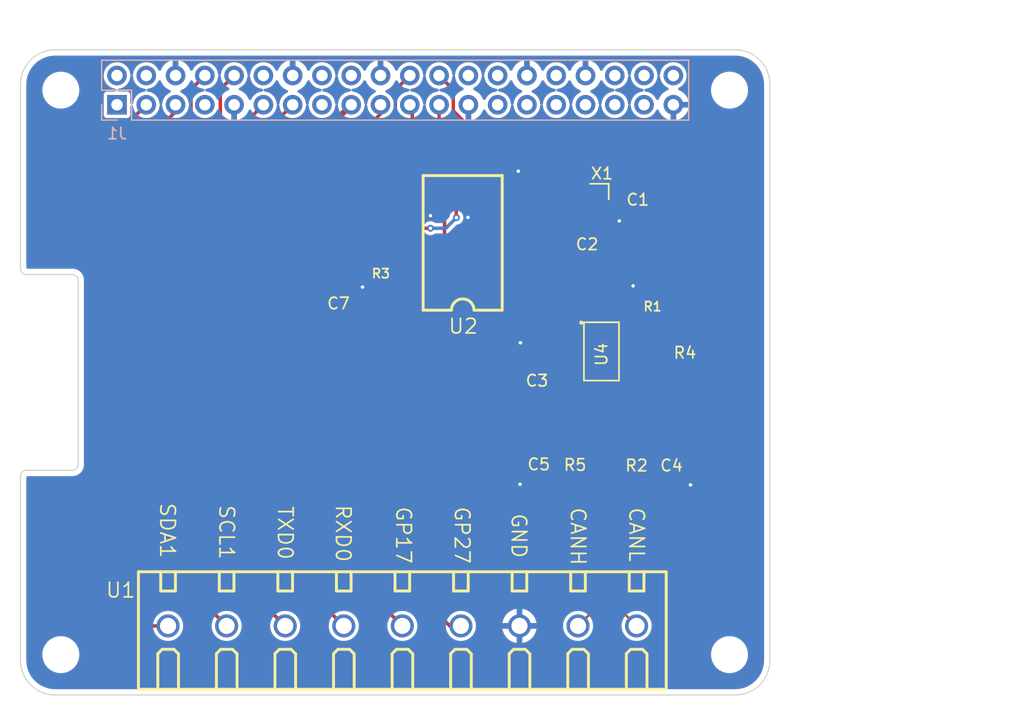
<source format=kicad_pcb>
(kicad_pcb (version 20240108) (generator "pcbnew") (generator_version "8.0")
  (title_block (date "15 nov 2012"))
  (layers (0 "F.Cu" signal) (31 "B.Cu" signal) (34 "B.Paste" user) (35 "F.Paste" user) (36 "B.SilkS" user "B.Silkscreen") (37 "F.SilkS" user "F.Silkscreen") (38 "B.Mask" user) (39 "F.Mask" user) (44 "Edge.Cuts" user))
  (net 0 "")
  (net 1 "GND")
  (net 2 "/GPIO2{slash}SDA1")
  (net 3 "/GPIO3{slash}SCL1")
  (net 4 "/GPIO4{slash}GPCLK0")
  (net 5 "/GPIO14{slash}TXD0")
  (net 6 "/GPIO15{slash}RXD0")
  (net 7 "/GPIO17")
  (net 8 "/GPIO18{slash}PCM.CLK")
  (net 9 "/GPIO27")
  (net 10 "/GPIO22")
  (net 11 "/GPIO23")
  (net 12 "/GPIO24")
  (net 13 "/GPIO10{slash}SPI0.MOSI")
  (net 14 "/GPIO9{slash}SPI0.MISO")
  (net 15 "/GPIO25")
  (net 16 "/GPIO11{slash}SPI0.SCLK")
  (net 17 "/GPIO8{slash}SPI0.CE0")
  (net 18 "/GPIO7{slash}SPI0.CE1")
  (net 19 "/ID_SDA")
  (net 20 "/ID_SCL")
  (net 21 "/GPIO5")
  (net 22 "/GPIO6")
  (net 23 "/GPIO12{slash}PWM0")
  (net 24 "/GPIO13{slash}PWM1")
  (net 25 "/GPIO19{slash}PCM.FS")
  (net 26 "/GPIO16")
  (net 27 "/GPIO26")
  (net 28 "/GPIO20{slash}PCM.DIN")
  (net 29 "/GPIO21{slash}PCM.DOUT")
  (net 30 "+5V")
  (net 31 "+3V3")
  (net 32 "/OSC2")
  (net 33 "/OSC1")
  (net 34 "Net-(C5-Pad1)")
  (net 35 "Net-(U4-RS)")
  (net 36 "Net-(U2-RESET#)")
  (net 41 "/TXCAN")
  (net 44 "/RXCAN")
  (net 46 "Net-(C4-Pad1)")
  (net 47 "/CAN_D-")
  (net 48 "/CAN_D+")
  (footprint "ImportFP:CONN-TH_9P-P5.08_MX128-5.08-09P-GN01-CU-Y-A" (layer "F.Cu") (at 133.1216 94.0056)
    (property "Reference" "U1")
    (property "Value" "MX128-5.08-09P-GN01-CU-Y-A" (hide yes))
  )
  (footprint "MountingHole:MountingHole_2.7mm_M2.5" (layer "F.Cu") (at 161.5 47.5)
    (property "Reference" "MH2" (hide yes))
    (property "Value" "MountingHole_2.7mm_M2.5" (hide yes))
  )
  (footprint "PCM_JLCPCB:C_0402" (layer "F.Cu") (at 144.9834 81.712 180)
    (property "Reference" "C5")
    (property "Value" "470pF" (hide yes))
  )
  (footprint "PCM_JLCPCB:C_0603" (layer "F.Cu") (at 130.462 65.964)
    (property "Reference" "C7")
    (property "Value" "100nF" (hide yes))
  )
  (footprint "ImportFP:MCP2515T-IST_SOIC-18_L11.6-W7.5-P1.27-LS10.3-BL" (layer "F.Cu") (at 138.354 60.757 90)
    (property "Reference" "U2")
    (property "Value" "MCP2515T-I/SO" (hide yes))
  )
  (footprint "PCM_JLCPCB:OSC-SMD_4P-L3.2-W2.5-BL" (layer "F.Cu") (at 149.022 57.328 180)
    (property "Reference" "X1")
    (property "Value" "X322516MLB4SI" (hide yes))
  )
  (footprint "MountingHole:MountingHole_2.7mm_M2.5" (layer "F.Cu") (at 103.5 96.5)
    (property "Reference" "MH3" (hide yes))
    (property "Value" "MountingHole_2.7mm_M2.5" (hide yes))
  )
  (footprint "MountingHole:MountingHole_2.7mm_M2.5" (layer "F.Cu") (at 103.5 47.5)
    (property "Reference" "MH1" (hide yes))
    (property "Value" "MountingHole_2.7mm_M2.5" (hide yes))
  )
  (footprint "PCM_JLCPCB:R_0603" (layer "F.Cu") (at 148.1004 81.712 180)
    (property "Reference" "R5")
    (property "Value" "120Ω" (hide yes))
  )
  (footprint "PCM_JLCPCB:SOIC-8_L4.9-W3.9-P1.27-LS6.0-BL" (layer "F.Cu") (at 150.3936 70.1804 -90)
    (property "Reference" "U4")
    (property "Value" "SN65HVD230DR" (hide yes))
  )
  (footprint "PCM_JLCPCB:C_0402" (layer "F.Cu") (at 156.4722 81.7628)
    (property "Reference" "C4")
    (property "Value" "470pF" (hide yes))
  )
  (footprint "PCM_JLCPCB:C_0603" (layer "F.Cu") (at 144.9072 70.2312 90)
    (property "Reference" "C3")
    (property "Value" "100nF" (hide yes))
  )
  (footprint "PCM_JLCPCB:R_0603" (layer "F.Cu") (at 153.4242 81.7628)
    (property "Reference" "R2")
    (property "Value" "120Ω" (hide yes))
  )
  (footprint "PCM_JLCPCB:C_0402" (layer "F.Cu") (at 151.891 57.0149 90)
    (property "Reference" "C1")
    (property "Value" "22pF" (hide yes))
  )
  (footprint "PCM_JLCPCB:R_0402" (layer "F.Cu") (at 131.25 64.567)
    (property "Reference" "R3")
    (property "Value" "4.7kΩ" (hide yes))
  )
  (footprint "MountingHole:MountingHole_2.7mm_M2.5" (layer "F.Cu") (at 161.5 96.5)
    (property "Reference" "MH4" (hide yes))
    (property "Value" "MountingHole_2.7mm_M2.5" (hide yes))
  )
  (footprint "PCM_JLCPCB:R_0603" (layer "F.Cu") (at 155.8038 70.2564 90)
    (property "Reference" "R4")
    (property "Value" "120Ω" (hide yes))
  )
  (footprint "PCM_JLCPCB:R_0402" (layer "F.Cu") (at 153.1368 66.1418 90)
    (property "Reference" "R1")
    (property "Value" "4.7kΩ" (hide yes))
  )
  (footprint "PCM_JLCPCB:C_0402" (layer "F.Cu") (at 149.149 59.614 180)
    (property "Reference" "C2")
    (property "Value" "22pF" (hide yes))
  )
  (footprint "Connector_PinSocket_2.54mm:PinSocket_2x20_P2.54mm_Vertical" (layer "B.Cu") (at 108.37 48.77 -90)
    (property "Reference" "J1")
    (property "Value" "GPIO")
  )
  (gr_arc (start 100.5 63.5) (mid 100.146447 63.353553) (end 100 63) (stroke (width 0.1)) (layer "Edge.Cuts"))
  (gr_arc (start 162 44) (mid 164.12132 44.87868) (end 165 47) (stroke (width 0.1)) (layer "Edge.Cuts"))
  (gr_line (start 165 97) (end 165 47) (stroke (width 0.1)) (layer "Edge.Cuts"))
  (gr_line (start 100 47) (end 100 63) (stroke (width 0.1)) (layer "Edge.Cuts"))
  (gr_arc (start 103 100) (mid 100.87868 99.12132) (end 100 97) (stroke (width 0.1)) (layer "Edge.Cuts"))
  (gr_line (start 103 100) (end 162 100) (stroke (width 0.1)) (layer "Edge.Cuts"))
  (gr_line (start 104.5 80.5) (end 100.5 80.5) (stroke (width 0.1)) (layer "Edge.Cuts"))
  (gr_arc (start 100 81) (mid 100.146138 80.646755) (end 100.499127 80.500001) (stroke (width 0.1)) (layer "Edge.Cuts"))
  (gr_arc (start 165 97) (mid 164.12132 99.12132) (end 162 100) (stroke (width 0.1)) (layer "Edge.Cuts"))
  (gr_line (start 105 64) (end 105 80) (stroke (width 0.1)) (layer "Edge.Cuts"))
  (gr_arc (start 100 47) (mid 100.87868 44.87868) (end 103 44) (stroke (width 0.1)) (layer "Edge.Cuts"))
  (gr_line (start 100 81) (end 100 97) (stroke (width 0.1)) (layer "Edge.Cuts"))
  (gr_line (start 100.5 63.5) (end 104.5 63.5) (stroke (width 0.1)) (layer "Edge.Cuts"))
  (gr_arc (start 105 80) (mid 104.853553 80.353553) (end 104.5 80.5) (stroke (width 0.1)) (layer "Edge.Cuts"))
  (gr_arc (start 104.5 63.5) (mid 104.853553 63.646447) (end 105 64) (stroke (width 0.1)) (layer "Edge.Cuts"))
  (gr_line (start 162 44) (end 103 44) (stroke (width 0.1)) (layer "Edge.Cuts"))
  (gr_text "RXD0" (at 127.9908 85.9792 270) (layer "F.SilkS") (effects (font (size 1.27 1.27))))
  (gr_text "SDA1" (at 112.7508 85.7252 270) (layer "F.SilkS") (effects (font (size 1.27 1.27))))
  (gr_text "GP17" (at 133.2232 86.1316 270) (layer "F.SilkS") (effects (font (size 1.27 1.27))))
  (gr_text "GP27" (at 138.3032 86.1316 270) (layer "F.SilkS") (effects (font (size 1.27 1.27))))
  (gr_text "TXD0" (at 122.9616 85.9284 270) (layer "F.SilkS") (effects (font (size 1.27 1.27))))
  (gr_text "CANL" (at 153.4416 86.0808 270) (layer "F.SilkS") (effects (font (size 1.27 1.27))))
  (gr_text "CANH" (at 148.3616 86.2332 270) (layer "F.SilkS") (effects (font (size 1.27 1.27))))
  (gr_text "GND" (at 143.2308 86.1824 270) (layer "F.SilkS") (effects (font (size 1.27 1.27))))
  (gr_text "SCL1" (at 117.8816 85.8776 270) (layer "F.SilkS") (effects (font (size 1.27 1.27))))
  (segment (start 150.122 58.208) (end 151.882 58.208) (width 0.3) (layer "F.Cu") (net 1))
  (segment (start 149.649 59.614) (end 149.649 58.681) (width 0.3) (layer "F.Cu") (net 1))
  (segment (start 144.4834 81.712) (end 143.3324 81.712) (width 0.3) (layer "F.Cu") (net 1))
  (segment (start 143.1541 55.677) (end 143.1541 54.5599) (width 0.5) (layer "F.Cu") (net 1))
  (segment (start 147.5164 69.4332) (end 147.6236 69.5404) (width 0.5) (layer "F.Cu") (net 1))
  (segment (start 148.325122 56.448) (end 150.085122 58.208) (width 0.3) (layer "F.Cu") (net 1))
  (segment (start 151.891 58.217) (end 151.891 58.8) (width 0.3) (layer "F.Cu") (net 1))
  (segment (start 156.9722 81.7628) (end 158.1152 81.7628) (width 0.3) (layer "F.Cu") (net 1))
  (segment (start 149.649 58.681) (end 150.122 58.208) (width 0.5) (layer "F.Cu") (net 1))
  (segment (start 151.891 58.8) (end 151.943 58.852) (width 0.5) (layer "F.Cu") (net 1))
  (segment (start 129.682 64.6072) (end 129.682 65.964) (width 0.5) (layer "F.Cu") (net 1))
  (segment (start 148.3536 69.5404) (end 147.6236 69.5404) (width 0.3) (layer "F.Cu") (net 1))
  (segment (start 147.922 56.448) (end 148.325122 56.448) (width 0.5) (layer "F.Cu") (net 1))
  (segment (start 150.085122 58.208) (end 150.122 58.208) (width 0.5) (layer "F.Cu") (net 1))
  (segment (start 151.891 57.5149) (end 151.891 58.217) (width 0.3) (layer "F.Cu") (net 1))
  (segment (start 143.3652 69.4332) (end 147.5164 69.4332) (width 0.5) (layer "F.Cu") (net 1))
  (segment (start 129.6672 64.5924) (end 129.682 64.6072) (width 0.5) (layer "F.Cu") (net 1))
  (segment (start 153.1368 65.6418) (end 153.1368 64.4908) (width 0.3) (layer "F.Cu") (net 1))
  (segment (start 151.882 58.208) (end 151.891 58.217) (width 0.5) (layer "F.Cu") (net 1))
  (segment (start 143.1541 54.5599) (end 143.18 54.534) (width 0.5) (layer "F.Cu") (net 1))
  (via (at 138.8112 58.5472) (size 0.6) (drill 0.3) (layers "F.Cu" "B.Cu") (net 1))
  (via (at 143.18 54.534) (size 0.6) (drill 0.3) (layers "F.Cu" "B.Cu") (net 1))
  (via (at 135.56 58.3948) (size 0.6) (drill 0.3) (layers "F.Cu" "B.Cu") (net 1))
  (via (at 143.3324 81.712) (size 0.6) (drill 0.3) (layers "F.Cu" "B.Cu") (net 1))
  (via (at 158.1152 81.7628) (size 0.6) (drill 0.3) (layers "F.Cu" "B.Cu") (net 1))
  (via (at 129.6672 64.5924) (size 0.6) (drill 0.3) (layers "F.Cu" "B.Cu") (net 1))
  (via (at 143.3652 69.4332) (size 0.6) (drill 0.3) (layers "F.Cu" "B.Cu") (net 1))
  (via (at 153.1368 64.4908) (size 0.6) (drill 0.3) (layers "F.Cu" "B.Cu") (net 1))
  (via (at 151.943 58.852) (size 0.6) (drill 0.3) (layers "F.Cu" "B.Cu") (net 1))
  (segment (start 111.3792 94.0056) (end 112.8016 94.0056) (width 0.3) (layer "F.Cu") (net 2))
  (segment (start 106.4516 53.2284) (end 106.4516 89.078) (width 0.3) (layer "F.Cu") (net 2))
  (segment (start 106.4516 89.078) (end 111.3792 94.0056) (width 0.3) (layer "F.Cu") (net 2))
  (segment (start 110.91 48.77) (end 106.4516 53.2284) (width 0.3) (layer "F.Cu") (net 2))
  (segment (start 113.45 49.3644) (end 109.9568 52.8576) (width 0.3) (layer "F.Cu") (net 3))
  (segment (start 113.45 48.77) (end 113.45 49.3644) (width 0.3) (layer "F.Cu") (net 3))
  (segment (start 109.9568 86.0808) (end 117.8816 94.0056) (width 0.3) (layer "F.Cu") (net 3))
  (segment (start 109.9568 52.8576) (end 109.9568 86.0808) (width 0.3) (layer "F.Cu") (net 3))
  (segment (start 114.79 47.43) (end 114.79 85.834) (width 0.3) (layer "F.Cu") (net 5))
  (segment (start 114.79 85.834) (end 122.9616 94.0056) (width 0.3) (layer "F.Cu") (net 5))
  (segment (start 115.99 46.23) (end 114.79 47.43) (width 0.3) (layer "F.Cu") (net 5))
  (segment (start 118.53 46.23) (end 117.33 47.43) (width 0.3) (layer "F.Cu") (net 6))
  (segment (start 117.33 47.43) (end 117.33 83.294) (width 0.3) (layer "F.Cu") (net 6))
  (segment (start 117.33 83.294) (end 128.0416 94.0056) (width 0.3) (layer "F.Cu") (net 6))
  (segment (start 121.07 48.77) (end 119.1516 50.6884) (width 0.3) (layer "F.Cu") (net 7))
  (segment (start 119.1516 50.6884) (end 119.1516 80.0356) (width 0.3) (layer "F.Cu") (net 7))
  (segment (start 119.1516 80.0356) (end 133.1216 94.0056) (width 0.3) (layer "F.Cu") (net 7))
  (segment (start 120.7924 51.5876) (end 120.7772 51.5876) (width 0.3) (layer "F.Cu") (net 9))
  (segment (start 123.61 48.77) (end 120.7924 51.5876) (width 0.3) (layer "F.Cu") (net 9))
  (segment (start 120.7772 77.5464) (end 137.2364 94.0056) (width 0.3) (layer "F.Cu") (net 9))
  (segment (start 137.2364 94.0056) (end 138.2016 94.0056) (width 0.3) (layer "F.Cu") (net 9))
  (segment (start 120.7772 51.5876) (end 120.7772 77.5464) (width 0.3) (layer "F.Cu") (net 9))
  (segment (start 126.15 48.77) (end 125.5252 48.77) (width 0.3) (layer "F.Cu") (net 10))
  (segment (start 128.3464 52.4512) (end 128.3464 58.3694) (width 0.3) (layer "F.Cu") (net 13))
  (segment (start 131.23 49.5676) (end 128.3464 52.4512) (width 0.3) (layer "F.Cu") (net 13))
  (segment (start 130.734 60.757) (end 133.5539 60.757) (width 0.3) (layer "F.Cu") (net 13))
  (segment (start 131.23 48.77) (end 131.23 49.5676) (width 0.3) (layer "F.Cu") (net 13))
  (segment (start 128.3464 58.3694) (end 130.734 60.757) (width 0.3) (layer "F.Cu") (net 13))
  (segment (start 135.6362 62.027) (end 136.7792 60.884) (width 0.3) (layer "F.Cu") (net 14))
  (segment (start 133.9852 48.9852) (end 133.77 48.77) (width 0.3) (layer "F.Cu") (net 14))
  (segment (start 133.5539 62.027) (end 135.6362 62.027) (width 0.3) (layer "F.Cu") (net 14))
  (segment (start 136.7792 56.4644) (end 133.9852 53.6704) (width 0.3) (layer "F.Cu") (net 14))
  (segment (start 136.7792 60.884) (end 136.7792 56.4644) (width 0.3) (layer "F.Cu") (net 14))
  (segment (start 133.9852 53.6704) (end 133.9852 48.9852) (width 0.3) (layer "F.Cu") (net 14))
  (segment (start 131.877 58.217) (end 133.5539 58.217) (width 0.3) (layer "F.Cu") (net 15))
  (segment (start 132.512 51.105) (end 131.242 52.375) (width 0.3) (layer "F.Cu") (net 15))
  (segment (start 131.242 57.582) (end 131.877 58.217) (width 0.3) (layer "F.Cu") (net 15))
  (segment (start 132.512 47.488) (end 132.512 51.105) (width 0.3) (layer "F.Cu") (net 15))
  (segment (start 131.242 52.375) (end 131.242 57.582) (width 0.3) (layer "F.Cu") (net 15))
  (segment (start 133.77 46.23) (end 132.512 47.488) (width 0.3) (layer "F.Cu") (net 15))
  (segment (start 135.56 59.487) (end 133.5539 59.487) (width 0.3) (layer "F.Cu") (net 16))
  (segment (start 136.31 53.7854) (end 136.31 48.77) (width 0.3) (layer "F.Cu") (net 16))
  (segment (start 137.7952 55.2706) (end 136.31 53.7854) (width 0.3) (layer "F.Cu") (net 16))
  (segment (start 137.812104 58.564104) (end 137.7952 58.5472) (width 0.3) (layer "F.Cu") (net 16))
  (segment (start 137.7952 58.5472) (end 137.7952 55.2706) (width 0.3) (layer "F.Cu") (net 16))
  (via (at 137.812104 58.564104) (size 0.6) (drill 0.3) (layers "F.Cu" "B.Cu") (net 16))
  (via (at 135.56 59.487) (size 0.6) (drill 0.3) (layers "F.Cu" "B.Cu") (net 16))
  (segment (start 136.889207 59.487) (end 137.812103 58.564104) (width 0.3) (layer "B.Cu") (net 16))
  (segment (start 135.56 59.487) (end 136.889207 59.487) (width 0.3) (layer "B.Cu") (net 16))
  (segment (start 137.812103 58.564104) (end 137.812104 58.564104) (width 0.3) (layer "B.Cu") (net 16))
  (segment (start 139.7152 60.4372) (end 136.8554 63.297) (width 0.3) (layer "F.Cu") (net 17))
  (segment (start 137.5412 47.4612) (end 137.5412 49.3016) (width 0.3) (layer "F.Cu") (net 17))
  (segment (start 139.7152 51.4756) (end 139.7152 60.4372) (width 0.3) (layer "F.Cu") (net 17))
  (segment (start 136.8554 63.297) (end 133.5539 63.297) (width 0.3) (layer "F.Cu") (net 17))
  (segment (start 137.5412 49.3016) (end 139.7152 51.4756) (width 0.3) (layer "F.Cu") (net 17))
  (segment (start 136.31 46.23) (end 137.5412 47.4612) (width 0.3) (layer "F.Cu") (net 17))
  (segment (start 133.5788 70.9932) (end 147.4508 70.9932) (width 0.5) (layer "F.Cu") (net 31))
  (segment (start 126.1218 51.3382) (end 126.1218 67.7928) (width 0.5) (layer "F.Cu") (net 31))
  (segment (start 131.369 65.837) (end 131.242 65.964) (width 0.5) (layer "F.Cu") (net 31))
  (segment (start 130.75 65.472) (end 130.75 64.567) (width 0.5) (layer "F.Cu") (net 31))
  (segment (start 131.242 65.964) (end 130.75 65.472) (width 0.5) (layer "F.Cu") (net 31))
  (segment (start 130.1244 67.7928) (end 131.242 66.6752) (width 0.5) (layer "F.Cu") (net 31))
  (segment (start 130.1244 67.7928) (end 130.3784 67.7928) (width 0.5) (layer "F.Cu") (net 31))
  (segment (start 133.5539 65.837) (end 131.369 65.837) (width 0.5) (layer "F.Cu") (net 31))
  (segment (start 128.69 48.77) (end 126.1218 51.3382) (width 0.5) (layer "F.Cu") (net 31))
  (segment (start 147.4508 70.9932) (end 147.6236 70.8204) (width 0.5) (layer "F.Cu") (net 31))
  (segment (start 126.1218 67.7928) (end 130.1244 67.7928) (width 0.5) (layer "F.Cu") (net 31))
  (segment (start 130.3784 67.7928) (end 133.5788 70.9932) (width 0.5) (layer "F.Cu") (net 31))
  (segment (start 131.242 66.6752) (end 131.242 65.964) (width 0.5) (layer "F.Cu") (net 31))
  (segment (start 147.913 58.217) (end 147.922 58.208) (width 0.5) (layer "F.Cu") (net 32))
  (segment (start 147.922 58.887) (end 148.649 59.614) (width 0.3) (layer "F.Cu") (net 32))
  (segment (start 147.922 58.208) (end 147.922 58.887) (width 0.5) (layer "F.Cu") (net 32))
  (segment (start 143.1541 58.217) (end 147.913 58.217) (width 0.3) (layer "F.Cu") (net 32))
  (segment (start 151.8241 56.448) (end 151.891 56.5149) (width 0.5) (layer "F.Cu") (net 33))
  (segment (start 148.589 54.915) (end 150.122 56.448) (width 0.3) (layer "F.Cu") (net 33))
  (segment (start 143.1541 56.947) (end 144.831 56.947) (width 0.3) (layer "F.Cu") (net 33))
  (segment (start 144.831 56.947) (end 146.863 54.915) (width 0.3) (layer "F.Cu") (net 33))
  (segment (start 146.863 54.915) (end 148.589 54.915) (width 0.3) (layer "F.Cu") (net 33))
  (segment (start 150.122 56.448) (end 151.8241 56.448) (width 0.3) (layer "F.Cu") (net 33))
  (segment (start 145.4834 81.712) (end 147.2804 81.712) (width 0.3) (layer "F.Cu") (net 34))
  (segment (start 153.1368 68.2436) (end 153.1636 68.2704) (width 0.3) (layer "F.Cu") (net 35))
  (segment (start 153.1368 66.6418) (end 153.1368 68.2436) (width 0.3) (layer "F.Cu") (net 35))
  (segment (start 131.75 64.567) (end 133.5539 64.567) (width 0.5) (layer "F.Cu") (net 36))
  (segment (start 143.1541 66.4461) (end 144.9784 68.2704) (width 0.3) (layer "F.Cu") (net 41))
  (segment (start 143.1541 65.837) (end 143.1541 66.4461) (width 0.3) (layer "F.Cu") (net 41))
  (segment (start 144.9784 68.2704) (end 147.6236 68.2704) (width 0.3) (layer "F.Cu") (net 41))
  (segment (start 146.609 64.567) (end 149.7332 67.6912) (width 0.3) (layer "F.Cu") (net 44))
  (segment (start 149.7332 67.6912) (end 149.7332 70.9424) (width 0.3) (layer "F.Cu") (net 44))
  (segment (start 143.1541 64.567) (end 146.609 64.567) (width 0.3) (layer "F.Cu") (net 44))
  (segment (start 148.5852 72.0904) (end 147.6236 72.0904) (width 0.3) (layer "F.Cu") (net 44))
  (segment (start 149.7332 70.9424) (end 148.5852 72.0904) (width 0.3) (layer "F.Cu") (net 44))
  (segment (start 147.6186 72.0854) (end 147.6236 72.0904) (width 0.3) (layer "F.Cu") (net 44))
  (segment (start 154.2442 81.7628) (end 155.9722 81.7628) (width 0.3) (layer "F.Cu") (net 46))
  (segment (start 152.6042 81.7628) (end 151.177401 81.7628) (width 0.3) (layer "F.Cu") (net 47))
  (segment (start 151.126601 91.690601) (end 153.4416 94.0056) (width 0.2) (layer "F.Cu") (net 47))
  (segment (start 153.1636 70.8204) (end 152.519997 70.8204) (width 0.2) (layer "F.Cu") (net 47))
  (segment (start 151.126601 72.213796) (end 151.126601 81.8136) (width 0.2) (layer "F.Cu") (net 47))
  (segment (start 153.1636 70.8204) (end 155.5478 70.8204) (width 0.2) (layer "F.Cu") (net 47))
  (segment (start 155.5478 70.8204) (end 155.8038 71.0764) (width 0.2) (layer "F.Cu") (net 47))
  (segment (start 152.519997 70.8204) (end 151.126601 72.213796) (width 0.2) (layer "F.Cu") (net 47))
  (segment (start 151.126601 81.8136) (end 151.126601 91.690601) (width 0.2) (layer "F.Cu") (net 47))
  (segment (start 150.676599 91.690601) (end 148.3616 94.0056) (width 0.2) (layer "F.Cu") (net 48))
  (segment (start 153.1636 69.5404) (end 152.4786 70.2254) (width 0.2) (layer "F.Cu") (net 48))
  (segment (start 150.574999 81.712) (end 150.676599 81.8136) (width 0.3) (layer "F.Cu") (net 48))
  (segment (start 148.9204 81.712) (end 150.574999 81.712) (width 0.3) (layer "F.Cu") (net 48))
  (segment (start 150.676599 81.8136) (end 150.676599 91.690601) (width 0.2) (layer "F.Cu") (net 48))
  (segment (start 148.9204 81.712) (end 148.9458 81.6866) (width 0.3) (layer "F.Cu") (net 48))
  (segment (start 152.4786 70.2254) (end 152.187143 70.2254) (width 0.2) (layer "F.Cu") (net 48))
  (segment (start 152.187143 70.2254) (end 150.676599 71.735944) (width 0.2) (layer "F.Cu") (net 48))
  (segment (start 155.6998 69.5404) (end 155.8038 69.4364) (width 0.2) (layer "F.Cu") (net 48))
  (segment (start 153.1636 69.5404) (end 155.6998 69.5404) (width 0.2) (layer "F.Cu") (net 48))
  (segment (start 150.676599 71.735944) (end 150.676599 81.8136) (width 0.2) (layer "F.Cu") (net 48))
  (zone (net 1) (net_name "GND") (layer "B.Cu") (connect_pads (clearance 0.3)) (min_thickness 0.25) (fill yes (thermal_gap 0.5) (thermal_bridge_width 0.5))
    (polygon (pts (xy 98.222 40.31) (xy 166.802 39.675) (xy 166.167 101.905) (xy 98.222 101.905)))
  )
)
</source>
